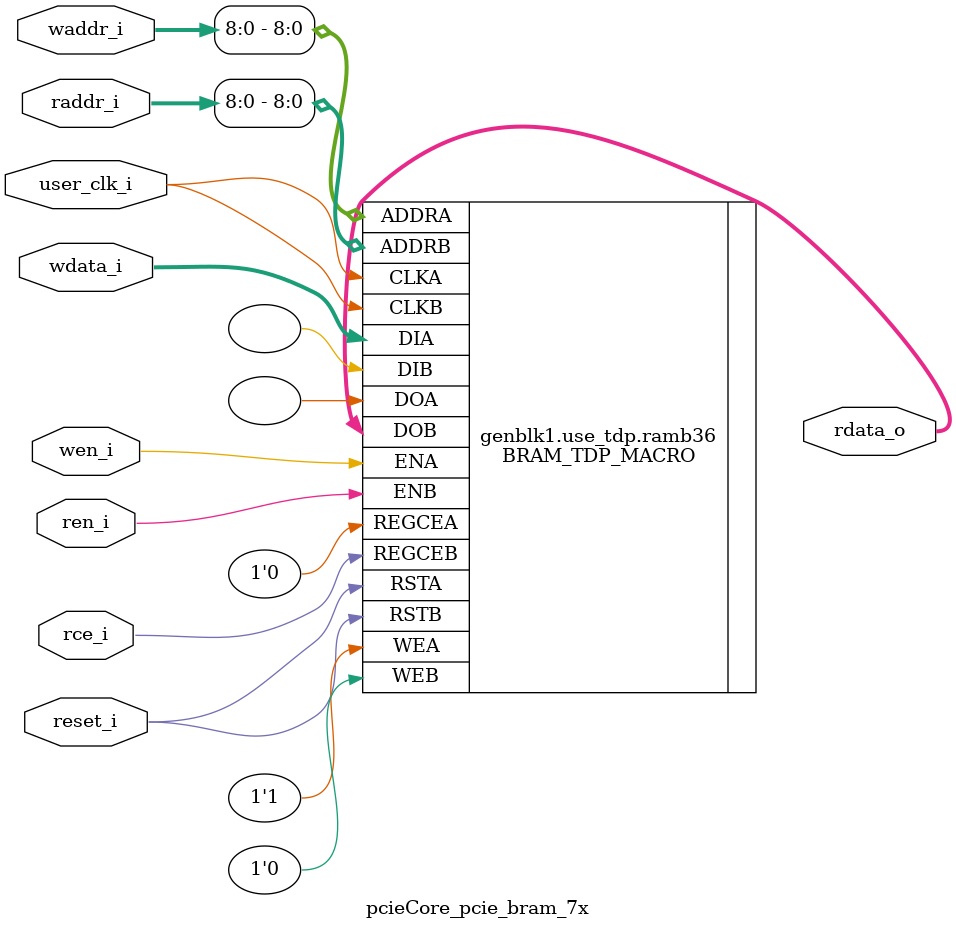
<source format=v>

`timescale 1ps/1ps

module pcieCore_pcie_bram_7x
  #(
    parameter [3:0]  LINK_CAP_MAX_LINK_SPEED = 4'h1,        // PCIe Link Speed : 1 - 2.5 GT/s; 2 - 5.0 GT/s
    parameter [5:0]  LINK_CAP_MAX_LINK_WIDTH = 6'h08,       // PCIe Link Width : 1 / 2 / 4 / 8
    parameter IMPL_TARGET = "HARD",                         // the implementation target : HARD, SOFT
    parameter DOB_REG = 0,                                  // 1 - use the output register;
                                                            // 0 - don't use the output register
    parameter WIDTH = 0                                     // supported WIDTH's : 4, 9, 18, 36 - uses RAMB36
                                                            //                     72 - uses RAMB36SDP
    )
    (
     input               user_clk_i,// user clock
     input               reset_i,   // bram reset

     input               wen_i,     // write enable
     input [12:0]        waddr_i,   // write address
     input [WIDTH - 1:0] wdata_i,   // write data

     input               ren_i,     // read enable
     input               rce_i,     // output register clock enable
     input [12:0]        raddr_i,   // read address

     output [WIDTH - 1:0] rdata_o   // read data
     );

   // map the address bits
   localparam ADDR_MSB = ((WIDTH == 4)  ? 12 :
                          (WIDTH == 9)  ? 11 :
                          (WIDTH == 18) ? 10 :
                          (WIDTH == 36) ?  9 :
                                           8
                          );

   // set the width of the tied off low address bits
   localparam ADDR_LO_BITS = ((WIDTH == 4)  ? 2 :
                              (WIDTH == 9)  ? 3 :
                              (WIDTH == 18) ? 4 :
                              (WIDTH == 36) ? 5 :
                                              0 // for WIDTH 72 use RAMB36SDP
                              );

   // map the data bits
   localparam D_MSB =  ((WIDTH == 4)  ?  3 :
                        (WIDTH == 9)  ?  7 :
                        (WIDTH == 18) ? 15 :
                        (WIDTH == 36) ? 31 :
                                        63
                        );

   // map the data parity bits
   localparam DP_LSB =  D_MSB + 1;

   localparam DP_MSB =  ((WIDTH == 4)  ? 4 :
                         (WIDTH == 9)  ? 8 :
                         (WIDTH == 18) ? 17 :
                         (WIDTH == 36) ? 35 :
                                         71
                        );

   localparam DPW = DP_MSB - DP_LSB + 1;
   localparam WRITE_MODE = ((WIDTH == 72) && (!((LINK_CAP_MAX_LINK_SPEED == 4'h2) && (LINK_CAP_MAX_LINK_WIDTH == 6'h08)))) ? "WRITE_FIRST" :
                           ((LINK_CAP_MAX_LINK_SPEED == 4'h2) && (LINK_CAP_MAX_LINK_WIDTH == 6'h08)) ? "WRITE_FIRST" : "NO_CHANGE";


   localparam DEVICE = (IMPL_TARGET == "HARD") ? "7SERIES" : "VIRTEX6";
   localparam BRAM_SIZE = "36Kb";

   localparam WE_WIDTH =(DEVICE == "VIRTEX5" || DEVICE == "VIRTEX6" || DEVICE == "7SERIES") ?
                            ((WIDTH <= 9) ? 1 :
                             (WIDTH > 9 && WIDTH <= 18) ? 2 :
                             (WIDTH > 18 && WIDTH <= 36) ? 4 :
                             (WIDTH > 36 && WIDTH <= 72) ? 8 :
                             (BRAM_SIZE == "18Kb") ? 4 : 8 ) : 8;

   //synthesis translate_off
   initial begin
      //$display("[%t] %m DOB_REG %0d WIDTH %0d ADDR_MSB %0d ADDR_LO_BITS %0d DP_MSB %0d DP_LSB %0d D_MSB %0d",
      //          $time, DOB_REG,   WIDTH,    ADDR_MSB,    ADDR_LO_BITS,    DP_MSB,    DP_LSB,    D_MSB);

      case (WIDTH)
        4,9,18,36,72:;
        default:
          begin
             $display("[%t] %m Error WIDTH %0d not supported", $time, WIDTH);
             $finish;
          end
      endcase // case (WIDTH)
   end
   //synthesis translate_on

   generate
   if ((LINK_CAP_MAX_LINK_WIDTH == 6'h08 && LINK_CAP_MAX_LINK_SPEED == 4'h2) || (WIDTH == 72)) begin : use_sdp
        BRAM_SDP_MACRO #(
               .DEVICE        (DEVICE),
               .BRAM_SIZE     (BRAM_SIZE),
               .DO_REG        (DOB_REG),
               .READ_WIDTH    (WIDTH),
               .WRITE_WIDTH   (WIDTH),
               .WRITE_MODE    (WRITE_MODE)
               )
        ramb36sdp(
               .DO             (rdata_o[WIDTH-1:0]),
               .DI             (wdata_i[WIDTH-1:0]),
               .RDADDR         (raddr_i[ADDR_MSB:0]),
               .RDCLK          (user_clk_i),
               .RDEN           (ren_i),
               .REGCE          (rce_i),
               .RST            (reset_i),
               .WE             ({WE_WIDTH{1'b1}}),
               .WRADDR         (waddr_i[ADDR_MSB:0]),
               .WRCLK          (user_clk_i),
               .WREN           (wen_i)
               );

    end  // block: use_sdp
    else if (WIDTH <= 36) begin : use_tdp
    // use RAMB36's if the width is 4, 9, 18, or 36
        BRAM_TDP_MACRO #(
               .DEVICE        (DEVICE),
               .BRAM_SIZE     (BRAM_SIZE),
               .DOA_REG       (0),
               .DOB_REG       (DOB_REG),
               .READ_WIDTH_A  (WIDTH),
               .READ_WIDTH_B  (WIDTH),
               .WRITE_WIDTH_A (WIDTH),
               .WRITE_WIDTH_B (WIDTH),
               .WRITE_MODE_A  (WRITE_MODE)
               )
        ramb36(
               .DOA            (),
               .DOB            (rdata_o[WIDTH-1:0]),
               .ADDRA          (waddr_i[ADDR_MSB:0]),
               .ADDRB          (raddr_i[ADDR_MSB:0]),
               .CLKA           (user_clk_i),
               .CLKB           (user_clk_i),
               .DIA            (wdata_i[WIDTH-1:0]),
               .DIB            ({WIDTH{1'b0}}),
               .ENA            (wen_i),
               .ENB            (ren_i),
               .REGCEA         (1'b0),
               .REGCEB         (rce_i),
               .RSTA           (reset_i),
               .RSTB           (reset_i),
               .WEA            ({WE_WIDTH{1'b1}}),
               .WEB            ({WE_WIDTH{1'b0}})
               );
   end // block: use_tdp
   endgenerate

endmodule // pcie_bram_7x


</source>
